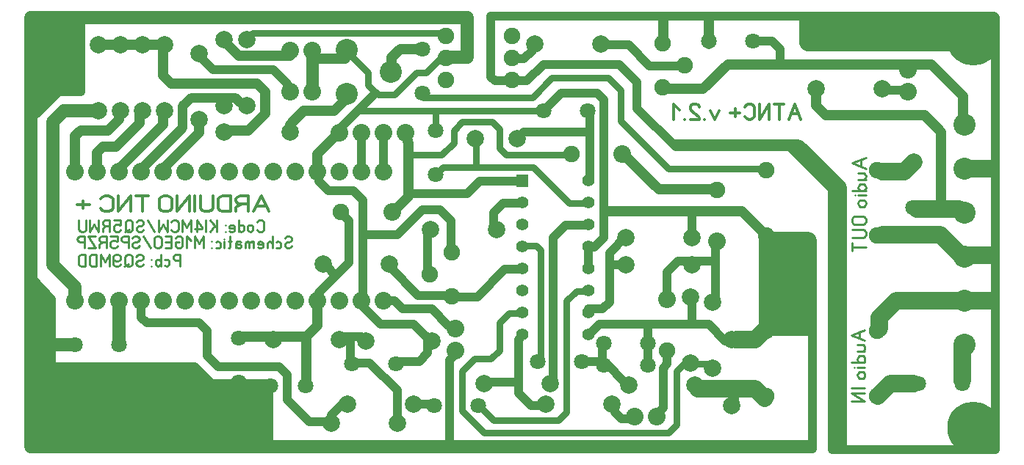
<source format=gbr>
%FSLAX34Y34*%
%MOMM*%
%LNSILK_TOP*%
G71*
G01*
%ADD10C, 1.90*%
%ADD11C, 2.04*%
%ADD12C, 2.54*%
%ADD13C, 2.00*%
%ADD14C, 1.80*%
%ADD15C, 2.54*%
%ADD16C, 6.00*%
%ADD17C, 1.91*%
%ADD18C, 1.50*%
%ADD19C, 1.20*%
%ADD20C, 1.10*%
%ADD21C, 1.00*%
%ADD22C, 0.80*%
%ADD23C, 0.32*%
%ADD24C, 0.24*%
%ADD25C, 1.40*%
%ADD26C, 1.40*%
%ADD27C, 2.00*%
%ADD28C, 2.04*%
%ADD29C, 0.29*%
%LPD*%
X871538Y-457588D02*
G54D10*
D03*
X871538Y-382588D02*
G54D10*
D03*
X999331Y-457588D02*
G54D10*
D03*
X999331Y-382588D02*
G54D10*
D03*
X150824Y-198401D02*
G54D11*
D03*
X176224Y-198401D02*
G54D11*
D03*
X201624Y-198401D02*
G54D11*
D03*
X74624Y-198401D02*
G54D11*
D03*
X100024Y-198401D02*
G54D11*
D03*
X125424Y-198401D02*
G54D11*
D03*
X303224Y-198401D02*
G54D11*
D03*
X328624Y-198401D02*
G54D11*
D03*
X354024Y-198401D02*
G54D11*
D03*
X227024Y-198401D02*
G54D11*
D03*
X252424Y-198401D02*
G54D11*
D03*
X277824Y-198401D02*
G54D11*
D03*
X379424Y-198401D02*
G54D11*
D03*
X404824Y-198401D02*
G54D11*
D03*
X430224Y-198401D02*
G54D11*
D03*
X150824Y-347626D02*
G54D11*
D03*
X176224Y-347626D02*
G54D11*
D03*
X201624Y-347626D02*
G54D11*
D03*
X74624Y-347626D02*
G54D11*
D03*
X100024Y-347626D02*
G54D11*
D03*
X125424Y-347626D02*
G54D11*
D03*
X303224Y-347626D02*
G54D11*
D03*
X328624Y-347626D02*
G54D11*
D03*
X354024Y-347626D02*
G54D11*
D03*
X227024Y-347626D02*
G54D11*
D03*
X252424Y-347626D02*
G54D11*
D03*
X277824Y-347626D02*
G54D11*
D03*
X379424Y-347626D02*
G54D11*
D03*
X404824Y-347626D02*
G54D11*
D03*
X430224Y-347626D02*
G54D11*
D03*
X871538Y-271850D02*
G54D10*
D03*
X871538Y-196850D02*
G54D10*
D03*
X999331Y-271850D02*
G54D10*
D03*
X999331Y-196850D02*
G54D10*
D03*
X1100188Y-347612D02*
G54D12*
D03*
X1100188Y-398412D02*
G54D12*
D03*
X409575Y-393700D02*
G54D13*
D03*
X485775Y-393700D02*
G54D13*
D03*
X303212Y-392112D02*
G54D13*
D03*
X379412Y-392112D02*
G54D13*
D03*
X369888Y-488950D02*
G54D13*
D03*
X446088Y-488950D02*
G54D13*
D03*
X246062Y-122238D02*
G54D13*
D03*
X246062Y-46038D02*
G54D13*
D03*
X217488Y-138113D02*
G54D13*
D03*
X217488Y-61912D02*
G54D13*
D03*
X347679Y-58779D02*
G54D11*
D03*
X322279Y-58779D02*
G54D11*
D03*
X347679Y-106404D02*
G54D11*
D03*
X322279Y-106404D02*
G54D11*
D03*
X263525Y-441325D02*
G54D14*
D03*
X263525Y-390525D02*
G54D14*
D03*
X300038Y-446088D02*
G54D14*
D03*
X340038Y-446088D02*
G54D14*
D03*
X177800Y-52388D02*
G54D13*
D03*
X177800Y-128588D02*
G54D13*
D03*
X152400Y-52388D02*
G54D13*
D03*
X152400Y-128588D02*
G54D13*
D03*
X127000Y-52388D02*
G54D13*
D03*
X127000Y-128588D02*
G54D13*
D03*
X101600Y-52388D02*
G54D13*
D03*
X101600Y-128588D02*
G54D13*
D03*
X322262Y-152400D02*
G54D13*
D03*
X246062Y-152400D02*
G54D13*
D03*
X387851Y-58301D02*
G54D15*
D03*
X387851Y-109101D02*
G54D15*
D03*
X438651Y-83701D02*
G54D15*
D03*
X474662Y-57150D02*
G54D14*
D03*
X474662Y-107950D02*
G54D14*
D03*
X1100188Y-246012D02*
G54D12*
D03*
X1100188Y-296812D02*
G54D12*
D03*
X393700Y-420688D02*
G54D14*
D03*
X444500Y-420688D02*
G54D14*
D03*
X49246Y-46066D02*
G54D16*
D03*
X1100188Y-144412D02*
G54D12*
D03*
X1100188Y-195212D02*
G54D12*
D03*
X604837Y-50800D02*
G54D13*
D03*
X681037Y-50800D02*
G54D13*
D03*
X577915Y-41496D02*
G54D17*
D03*
X577915Y-66896D02*
G54D17*
D03*
X501715Y-41496D02*
G54D17*
D03*
X501715Y-66896D02*
G54D17*
D03*
X501715Y-92296D02*
G54D17*
D03*
X577915Y-92296D02*
G54D17*
D03*
X1109696Y-46066D02*
G54D16*
D03*
X49246Y-492154D02*
G54D16*
D03*
X1109696Y-493741D02*
G54D16*
D03*
G54D18*
X74612Y-344488D02*
X74612Y-331788D01*
X49212Y-306388D01*
X49212Y-141288D01*
X61912Y-128588D01*
X100012Y-128588D01*
G54D19*
X125412Y-128588D02*
X125412Y-138112D01*
X112712Y-150812D01*
X80962Y-150812D01*
X74612Y-157162D01*
X74612Y-198438D01*
G54D19*
X100012Y-198438D02*
X100012Y-176212D01*
X106362Y-169862D01*
X122238Y-169862D01*
X149225Y-142875D01*
X149225Y-128588D01*
G54D19*
X125412Y-198438D02*
X125412Y-195262D01*
X176212Y-144462D01*
X176212Y-131762D01*
G54D20*
X150812Y-198438D02*
X150812Y-195262D01*
X198438Y-147638D01*
X198438Y-122238D01*
X207962Y-112712D01*
X258762Y-112712D01*
X265112Y-119062D01*
G54D19*
X176212Y-198438D02*
X176212Y-195262D01*
X217488Y-153988D01*
X217488Y-134938D01*
G54D19*
X100012Y-52388D02*
X176212Y-52388D01*
G54D21*
X319088Y-106362D02*
X319088Y-96838D01*
X303212Y-80962D01*
X233362Y-80962D01*
X217488Y-65088D01*
G54D19*
X246062Y-150812D02*
X274638Y-150812D01*
X293688Y-131762D01*
X293688Y-106362D01*
X284162Y-96838D01*
X185738Y-96838D01*
X176212Y-87312D01*
X176212Y-52388D01*
G54D19*
X246062Y-47625D02*
X263525Y-65088D01*
X322262Y-65088D01*
G54D19*
X385762Y-68262D02*
X347662Y-68262D01*
G54D22*
X271462Y-46038D02*
X279400Y-38100D01*
X493712Y-38100D01*
X500062Y-44450D01*
G54D19*
X354012Y-347662D02*
X354012Y-376238D01*
X341312Y-388938D01*
X303212Y-388938D01*
X263525Y-388938D01*
G54D19*
X341312Y-392112D02*
X341312Y-442912D01*
G54D19*
X258762Y-458788D02*
X258762Y-493712D01*
G54D18*
X501650Y-66675D02*
X527050Y-66675D01*
X527050Y-20638D01*
X23812Y-20638D01*
X23812Y-515938D01*
X920750Y-515938D01*
X74612Y-398462D02*
G54D14*
D03*
X125412Y-398462D02*
G54D14*
D03*
G54D18*
X125412Y-347662D02*
X125412Y-395288D01*
G54D18*
X71438Y-398462D02*
X26988Y-398462D01*
G54D23*
X298301Y-244529D02*
X289412Y-226751D01*
X280523Y-244529D01*
G54D23*
X294746Y-237862D02*
X284079Y-237862D01*
G54D23*
X267190Y-235640D02*
X261856Y-237862D01*
X260079Y-240084D01*
X260079Y-244529D01*
G54D23*
X274301Y-244529D02*
X274301Y-226751D01*
X265412Y-226751D01*
X261856Y-227862D01*
X260079Y-230084D01*
X260079Y-232307D01*
X261856Y-234529D01*
X265412Y-235640D01*
X274301Y-235640D01*
G54D23*
X253857Y-244529D02*
X253857Y-226751D01*
X244968Y-226751D01*
X241412Y-227862D01*
X239635Y-230084D01*
X239635Y-241196D01*
X241412Y-243418D01*
X244968Y-244529D01*
X253857Y-244529D01*
G54D23*
X233413Y-226751D02*
X233413Y-241196D01*
X231635Y-243418D01*
X228080Y-244529D01*
X224524Y-244529D01*
X220968Y-243418D01*
X219191Y-241196D01*
X219191Y-226751D01*
G54D23*
X212969Y-244529D02*
X212969Y-226751D01*
G54D23*
X206747Y-244529D02*
X206747Y-226751D01*
X192525Y-244529D01*
X192525Y-226751D01*
G54D23*
X172081Y-230084D02*
X172081Y-241196D01*
X173858Y-243418D01*
X177414Y-244529D01*
X180970Y-244529D01*
X184525Y-243418D01*
X186303Y-241196D01*
X186303Y-230084D01*
X184525Y-227862D01*
X180970Y-226751D01*
X177414Y-226751D01*
X173858Y-227862D01*
X172081Y-230084D01*
G54D23*
X152170Y-244529D02*
X152170Y-226751D01*
G54D23*
X159281Y-226751D02*
X145059Y-226751D01*
G54D23*
X138837Y-244529D02*
X138837Y-226751D01*
X124615Y-244529D01*
X124615Y-226751D01*
G54D23*
X104171Y-241196D02*
X105948Y-243418D01*
X109504Y-244529D01*
X113060Y-244529D01*
X116615Y-243418D01*
X118393Y-241196D01*
X118393Y-230084D01*
X116615Y-227862D01*
X113060Y-226751D01*
X109504Y-226751D01*
X105948Y-227862D01*
X104171Y-230084D01*
G54D23*
X91371Y-236751D02*
X77149Y-236751D01*
G54D23*
X84260Y-232307D02*
X84260Y-241196D01*
G54D24*
X284402Y-265090D02*
X285402Y-266757D01*
X287402Y-267590D01*
X289402Y-267590D01*
X291402Y-266757D01*
X292402Y-265090D01*
X292402Y-256757D01*
X291402Y-255090D01*
X289402Y-254257D01*
X287402Y-254257D01*
X285402Y-255090D01*
X284402Y-256757D01*
G54D24*
X273735Y-265590D02*
X273735Y-262257D01*
X274735Y-260590D01*
X276735Y-260090D01*
X278735Y-260590D01*
X279735Y-262257D01*
X279735Y-265590D01*
X278735Y-267257D01*
X276735Y-267590D01*
X274735Y-267257D01*
X273735Y-265590D01*
G54D24*
X263068Y-267590D02*
X263068Y-254257D01*
G54D24*
X263068Y-262257D02*
X264068Y-260590D01*
X266068Y-260090D01*
X268068Y-260590D01*
X269068Y-262257D01*
X269068Y-265590D01*
X268068Y-267257D01*
X266068Y-267590D01*
X264068Y-267257D01*
X263068Y-265590D01*
G54D24*
X252401Y-266757D02*
X254001Y-267590D01*
X256001Y-267590D01*
X258001Y-266757D01*
X258401Y-265090D01*
X258401Y-262257D01*
X257401Y-260590D01*
X255401Y-260090D01*
X253401Y-260590D01*
X252401Y-261757D01*
X252401Y-263424D01*
X258401Y-263424D01*
G54D24*
X247734Y-267590D02*
X247734Y-267590D01*
G54D24*
X247734Y-260090D02*
X247734Y-260090D01*
G54D24*
X238200Y-267590D02*
X238200Y-254257D01*
G54D24*
X238200Y-263424D02*
X230200Y-254257D01*
G54D24*
X235200Y-260924D02*
X230200Y-267590D01*
G54D24*
X225533Y-267590D02*
X225533Y-254257D01*
G54D24*
X214866Y-267590D02*
X214866Y-254257D01*
X220866Y-262590D01*
X220866Y-264257D01*
X212866Y-264257D01*
G54D24*
X208199Y-267590D02*
X208199Y-254257D01*
X203199Y-262590D01*
X198199Y-254257D01*
X198199Y-267590D01*
G54D24*
X185532Y-265090D02*
X186532Y-266757D01*
X188532Y-267590D01*
X190532Y-267590D01*
X192532Y-266757D01*
X193532Y-265090D01*
X193532Y-256757D01*
X192532Y-255090D01*
X190532Y-254257D01*
X188532Y-254257D01*
X186532Y-255090D01*
X185532Y-256757D01*
G54D24*
X180865Y-254257D02*
X180865Y-267590D01*
X175865Y-259257D01*
X170865Y-267590D01*
X170865Y-254257D01*
G54D24*
X166198Y-267590D02*
X158198Y-254257D01*
G54D24*
X153531Y-265090D02*
X152531Y-266757D01*
X150531Y-267590D01*
X148531Y-267590D01*
X146531Y-266757D01*
X145531Y-265090D01*
X145531Y-263424D01*
X146531Y-261757D01*
X148531Y-260924D01*
X150531Y-260924D01*
X152531Y-260090D01*
X153531Y-258424D01*
X153531Y-256757D01*
X152531Y-255090D01*
X150531Y-254257D01*
X148531Y-254257D01*
X146531Y-255090D01*
X145531Y-256757D01*
G54D24*
X136864Y-265090D02*
X131864Y-267590D01*
G54D24*
X132864Y-256757D02*
X132864Y-265090D01*
X133864Y-266757D01*
X135864Y-267590D01*
X137864Y-267590D01*
X139864Y-266757D01*
X140864Y-265090D01*
X140864Y-256757D01*
X139864Y-255090D01*
X137864Y-254257D01*
X135864Y-254257D01*
X133864Y-255090D01*
X132864Y-256757D01*
G54D24*
X119197Y-254257D02*
X127197Y-254257D01*
X127197Y-260090D01*
X126197Y-260090D01*
X124197Y-259257D01*
X122197Y-259257D01*
X120197Y-260090D01*
X119197Y-261757D01*
X119197Y-265090D01*
X120197Y-266757D01*
X122197Y-267590D01*
X124197Y-267590D01*
X126197Y-266757D01*
X127197Y-265090D01*
G54D24*
X110530Y-260924D02*
X107530Y-262590D01*
X106530Y-264257D01*
X106530Y-267590D01*
G54D24*
X114530Y-267590D02*
X114530Y-254257D01*
X109530Y-254257D01*
X107530Y-255090D01*
X106530Y-256757D01*
X106530Y-258424D01*
X107530Y-260090D01*
X109530Y-260924D01*
X114530Y-260924D01*
G54D24*
X101863Y-254257D02*
X101863Y-267590D01*
X96863Y-259257D01*
X91863Y-267590D01*
X91863Y-254257D01*
G54D24*
X87196Y-254257D02*
X87196Y-265090D01*
X86196Y-266757D01*
X84196Y-267590D01*
X82196Y-267590D01*
X80196Y-266757D01*
X79196Y-265090D01*
X79196Y-254257D01*
G54D24*
X324308Y-284140D02*
X323308Y-285807D01*
X321308Y-286640D01*
X319308Y-286640D01*
X317308Y-285807D01*
X316308Y-284140D01*
X316308Y-282474D01*
X317308Y-280807D01*
X319308Y-279974D01*
X321308Y-279974D01*
X323308Y-279140D01*
X324308Y-277474D01*
X324308Y-275807D01*
X323308Y-274140D01*
X321308Y-273307D01*
X319308Y-273307D01*
X317308Y-274140D01*
X316308Y-275807D01*
G54D24*
X306641Y-279640D02*
X308641Y-279140D01*
X310641Y-279640D01*
X311641Y-281307D01*
X311641Y-284640D01*
X310641Y-286307D01*
X308641Y-286640D01*
X306641Y-286307D01*
G54D24*
X301974Y-286640D02*
X301974Y-273307D01*
G54D24*
X301974Y-281307D02*
X300974Y-279640D01*
X298974Y-279140D01*
X296974Y-279640D01*
X295974Y-281307D01*
X295974Y-286640D01*
G54D24*
X285307Y-285807D02*
X286907Y-286640D01*
X288907Y-286640D01*
X290907Y-285807D01*
X291307Y-284140D01*
X291307Y-281307D01*
X290307Y-279640D01*
X288307Y-279140D01*
X286307Y-279640D01*
X285307Y-280807D01*
X285307Y-282474D01*
X291307Y-282474D01*
G54D24*
X280640Y-286640D02*
X280640Y-279140D01*
G54D24*
X280640Y-280474D02*
X278640Y-279140D01*
X276640Y-279640D01*
X275640Y-280807D01*
X275640Y-286640D01*
G54D24*
X275640Y-280474D02*
X273640Y-279140D01*
X271640Y-279640D01*
X270640Y-280807D01*
X270640Y-286640D01*
G54D24*
X265973Y-279974D02*
X263973Y-279140D01*
X261573Y-279140D01*
X259973Y-280807D01*
X259973Y-286640D01*
G54D24*
X259973Y-284140D02*
X260973Y-282474D01*
X262973Y-282140D01*
X264973Y-282474D01*
X265973Y-284140D01*
X265573Y-285807D01*
X263973Y-286640D01*
X262973Y-286640D01*
X262573Y-286640D01*
X260973Y-285807D01*
X259973Y-284140D01*
G54D24*
X253306Y-273307D02*
X253306Y-285807D01*
X252306Y-286640D01*
X251306Y-286307D01*
G54D24*
X255306Y-279140D02*
X251306Y-279140D01*
G54D24*
X246639Y-286640D02*
X246639Y-279140D01*
G54D24*
X246639Y-276640D02*
X246639Y-276640D01*
G54D24*
X236972Y-279640D02*
X238972Y-279140D01*
X240972Y-279640D01*
X241972Y-281307D01*
X241972Y-284640D01*
X240972Y-286307D01*
X238972Y-286640D01*
X236972Y-286307D01*
G54D24*
X232305Y-286640D02*
X232305Y-286640D01*
G54D24*
X232305Y-279140D02*
X232305Y-279140D01*
G54D24*
X222771Y-286640D02*
X222771Y-273307D01*
X217771Y-281640D01*
X212771Y-273307D01*
X212771Y-286640D01*
G54D24*
X208104Y-278307D02*
X203104Y-273307D01*
X203104Y-286640D01*
G54D24*
X194437Y-279974D02*
X190437Y-279974D01*
X190437Y-284140D01*
X191437Y-285807D01*
X193437Y-286640D01*
X195437Y-286640D01*
X197437Y-285807D01*
X198437Y-284140D01*
X198437Y-275807D01*
X197437Y-274140D01*
X195437Y-273307D01*
X193437Y-273307D01*
X191437Y-274140D01*
X190437Y-275807D01*
G54D24*
X178770Y-286640D02*
X185770Y-286640D01*
X185770Y-273307D01*
X178770Y-273307D01*
G54D24*
X185770Y-279974D02*
X178770Y-279974D01*
G54D24*
X166103Y-275807D02*
X166103Y-284140D01*
X167103Y-285807D01*
X169103Y-286640D01*
X171103Y-286640D01*
X173103Y-285807D01*
X174103Y-284140D01*
X174103Y-275807D01*
X173103Y-274140D01*
X171103Y-273307D01*
X169103Y-273307D01*
X167103Y-274140D01*
X166103Y-275807D01*
G54D24*
X161436Y-286640D02*
X153436Y-273307D01*
G54D24*
X148769Y-284140D02*
X147769Y-285807D01*
X145769Y-286640D01*
X143769Y-286640D01*
X141769Y-285807D01*
X140769Y-284140D01*
X140769Y-282474D01*
X141769Y-280807D01*
X143769Y-279974D01*
X145769Y-279974D01*
X147769Y-279140D01*
X148769Y-277474D01*
X148769Y-275807D01*
X147769Y-274140D01*
X145769Y-273307D01*
X143769Y-273307D01*
X141769Y-274140D01*
X140769Y-275807D01*
G54D24*
X136102Y-286640D02*
X136102Y-273307D01*
X131102Y-273307D01*
X129102Y-274140D01*
X128102Y-275807D01*
X128102Y-277474D01*
X129102Y-279140D01*
X131102Y-279974D01*
X136102Y-279974D01*
G54D24*
X115435Y-273307D02*
X123435Y-273307D01*
X123435Y-279140D01*
X122435Y-279140D01*
X120435Y-278307D01*
X118435Y-278307D01*
X116435Y-279140D01*
X115435Y-280807D01*
X115435Y-284140D01*
X116435Y-285807D01*
X118435Y-286640D01*
X120435Y-286640D01*
X122435Y-285807D01*
X123435Y-284140D01*
G54D24*
X106768Y-279974D02*
X103768Y-281640D01*
X102768Y-283307D01*
X102768Y-286640D01*
G54D24*
X110768Y-286640D02*
X110768Y-273307D01*
X105768Y-273307D01*
X103768Y-274140D01*
X102768Y-275807D01*
X102768Y-277474D01*
X103768Y-279140D01*
X105768Y-279974D01*
X110768Y-279974D01*
G54D24*
X98101Y-273307D02*
X90101Y-273307D01*
X98101Y-286640D01*
X90101Y-286640D01*
G54D24*
X85434Y-286640D02*
X85434Y-273307D01*
X80434Y-273307D01*
X78434Y-274140D01*
X77434Y-275807D01*
X77434Y-277474D01*
X78434Y-279140D01*
X80434Y-279974D01*
X85434Y-279974D01*
G54D24*
X195661Y-307278D02*
X195661Y-293945D01*
X190661Y-293945D01*
X188661Y-294778D01*
X187661Y-296445D01*
X187661Y-298111D01*
X188661Y-299778D01*
X190661Y-300611D01*
X195661Y-300611D01*
G54D24*
X177994Y-300278D02*
X179994Y-299778D01*
X181994Y-300278D01*
X182994Y-301945D01*
X182994Y-305278D01*
X181994Y-306945D01*
X179994Y-307278D01*
X177994Y-306945D01*
G54D24*
X173327Y-307278D02*
X173327Y-293945D01*
G54D24*
X173327Y-301945D02*
X172327Y-300278D01*
X170327Y-299778D01*
X168327Y-300278D01*
X167327Y-301945D01*
X167327Y-305278D01*
X168327Y-306945D01*
X170327Y-307278D01*
X172327Y-306945D01*
X173327Y-305278D01*
G54D24*
X162660Y-307278D02*
X162660Y-307278D01*
G54D24*
X162660Y-299778D02*
X162660Y-299778D01*
G54D24*
X153126Y-304778D02*
X152126Y-306445D01*
X150126Y-307278D01*
X148126Y-307278D01*
X146126Y-306445D01*
X145126Y-304778D01*
X145126Y-303111D01*
X146126Y-301445D01*
X148126Y-300611D01*
X150126Y-300611D01*
X152126Y-299778D01*
X153126Y-298111D01*
X153126Y-296445D01*
X152126Y-294778D01*
X150126Y-293945D01*
X148126Y-293945D01*
X146126Y-294778D01*
X145126Y-296445D01*
G54D24*
X136459Y-304778D02*
X131459Y-307278D01*
G54D24*
X132459Y-296445D02*
X132459Y-304778D01*
X133459Y-306445D01*
X135459Y-307278D01*
X137459Y-307278D01*
X139459Y-306445D01*
X140459Y-304778D01*
X140459Y-296445D01*
X139459Y-294778D01*
X137459Y-293945D01*
X135459Y-293945D01*
X133459Y-294778D01*
X132459Y-296445D01*
G54D24*
X126792Y-304778D02*
X125792Y-306445D01*
X123792Y-307278D01*
X121792Y-307278D01*
X119792Y-306445D01*
X118792Y-304778D01*
X118792Y-300611D01*
X118792Y-299778D01*
X121792Y-301445D01*
X123792Y-301445D01*
X125792Y-300611D01*
X126792Y-298945D01*
X126792Y-296445D01*
X125792Y-294778D01*
X123792Y-293945D01*
X121792Y-293945D01*
X119792Y-294778D01*
X118792Y-296445D01*
X118792Y-300611D01*
G54D24*
X114125Y-307278D02*
X114125Y-293945D01*
X109125Y-302278D01*
X104125Y-293945D01*
X104125Y-307278D01*
G54D24*
X99458Y-307278D02*
X99458Y-293945D01*
X94458Y-293945D01*
X92458Y-294778D01*
X91458Y-296445D01*
X91458Y-304778D01*
X92458Y-306445D01*
X94458Y-307278D01*
X99458Y-307278D01*
G54D24*
X86791Y-307278D02*
X86791Y-293945D01*
X81791Y-293945D01*
X79791Y-294778D01*
X78791Y-296445D01*
X78791Y-304778D01*
X79791Y-306445D01*
X81791Y-307278D01*
X86791Y-307278D01*
G36*
X47625Y-423862D02*
X47625Y-346075D01*
X25400Y-322262D01*
X25400Y-511175D01*
X298450Y-511175D01*
X298450Y-442912D01*
X231775Y-442912D01*
X212725Y-423862D01*
X47625Y-423862D01*
G37*
G54D21*
X47625Y-423862D02*
X47625Y-346075D01*
X25400Y-322262D01*
X25400Y-511175D01*
X298450Y-511175D01*
X298450Y-442912D01*
X231775Y-442912D01*
X212725Y-423862D01*
X47625Y-423862D01*
G36*
X30162Y-30162D02*
X80962Y-30162D01*
X80962Y-106362D01*
X55562Y-106362D01*
X30162Y-131762D01*
X30162Y-30162D01*
G37*
G54D21*
X30162Y-30162D02*
X80962Y-30162D01*
X80962Y-106362D01*
X55562Y-106362D01*
X30162Y-131762D01*
X30162Y-30162D01*
X751932Y-50595D02*
G54D17*
D03*
X751932Y-101396D02*
G54D17*
D03*
X777332Y-75996D02*
G54D17*
D03*
G54D21*
X368300Y-487362D02*
X344488Y-487362D01*
X319088Y-461962D01*
X319088Y-433388D01*
X309562Y-423862D01*
X239712Y-423862D01*
X227012Y-411162D01*
X227012Y-382588D01*
X217488Y-373062D01*
X157162Y-373062D01*
X150812Y-366712D01*
X150812Y-347662D01*
X273050Y-122238D02*
G54D13*
D03*
X273050Y-46038D02*
G54D13*
D03*
X404813Y-153988D02*
G54D11*
D03*
X430213Y-153988D02*
G54D11*
D03*
X455612Y-153988D02*
G54D11*
D03*
X379412Y-153988D02*
G54D11*
D03*
G54D25*
X347662Y-63500D02*
X347662Y-107950D01*
G54D19*
X322262Y-150812D02*
X322262Y-144462D01*
X338138Y-128588D01*
X373062Y-128588D01*
X392112Y-109538D01*
G54D19*
X439738Y-79375D02*
X439738Y-66675D01*
X449262Y-57150D01*
X474662Y-57150D01*
G54D19*
X354012Y-198438D02*
X354012Y-177800D01*
X381000Y-150812D01*
G54D21*
X355600Y-347662D02*
X355600Y-338138D01*
X390525Y-303212D01*
X390525Y-255588D01*
X377825Y-242888D01*
G54D19*
X455612Y-153988D02*
X458788Y-166688D01*
X458788Y-227012D01*
X446088Y-239712D01*
G54D21*
X406400Y-261938D02*
X406400Y-347662D01*
G54D21*
X355600Y-198438D02*
X355600Y-209550D01*
X366712Y-220662D01*
X395288Y-220662D01*
X406400Y-231775D01*
X406400Y-260350D01*
G36*
X597100Y-202013D02*
X597100Y-216013D01*
X583100Y-216013D01*
X583100Y-202013D01*
X597100Y-202013D01*
G37*
X590100Y-234414D02*
G54D26*
D03*
X590100Y-259814D02*
G54D26*
D03*
X590100Y-285213D02*
G54D26*
D03*
X590100Y-310614D02*
G54D26*
D03*
X590100Y-336014D02*
G54D26*
D03*
X590100Y-361414D02*
G54D26*
D03*
X590100Y-386814D02*
G54D26*
D03*
X666300Y-386813D02*
G54D26*
D03*
X666300Y-361414D02*
G54D26*
D03*
X666300Y-336014D02*
G54D26*
D03*
X666300Y-310614D02*
G54D26*
D03*
X666300Y-285214D02*
G54D26*
D03*
X666300Y-259813D02*
G54D26*
D03*
X666300Y-234414D02*
G54D26*
D03*
X666300Y-209013D02*
G54D26*
D03*
X584088Y-160337D02*
G54D13*
D03*
X535688Y-160337D02*
G54D13*
D03*
X665163Y-128588D02*
G54D14*
D03*
X614363Y-128588D02*
G54D14*
D03*
X490536Y-201613D02*
G54D14*
D03*
X490536Y-150812D02*
G54D14*
D03*
X539749Y-468313D02*
G54D14*
D03*
X488949Y-468313D02*
G54D14*
D03*
X465138Y-466725D02*
G54D13*
D03*
X388938Y-466725D02*
G54D13*
D03*
X658812Y-417512D02*
G54D14*
D03*
X608012Y-417512D02*
G54D14*
D03*
X684212Y-396875D02*
G54D14*
D03*
X735012Y-396875D02*
G54D14*
D03*
X735013Y-422275D02*
G54D14*
D03*
X684213Y-422275D02*
G54D14*
D03*
X831850Y-392112D02*
G54D13*
D03*
X831850Y-468312D02*
G54D13*
D03*
X712789Y-444501D02*
G54D13*
D03*
X788989Y-444501D02*
G54D13*
D03*
X785812Y-274637D02*
G54D13*
D03*
X709612Y-274637D02*
G54D13*
D03*
X785813Y-306387D02*
G54D13*
D03*
X709612Y-306387D02*
G54D13*
D03*
X784225Y-342902D02*
G54D13*
D03*
X784225Y-419102D02*
G54D13*
D03*
X809625Y-349249D02*
G54D13*
D03*
X809625Y-425449D02*
G54D13*
D03*
X719356Y-481167D02*
G54D11*
D03*
X744756Y-481167D02*
G54D11*
D03*
X622300Y-442912D02*
G54D13*
D03*
X546100Y-442912D02*
G54D13*
D03*
X508962Y-342479D02*
G54D17*
D03*
X508962Y-291679D02*
G54D17*
D03*
X483562Y-317079D02*
G54D17*
D03*
X560388Y-265112D02*
G54D13*
D03*
X484188Y-265112D02*
G54D13*
D03*
X360364Y-304800D02*
G54D13*
D03*
X436564Y-304800D02*
G54D13*
D03*
X617538Y-466724D02*
G54D13*
D03*
X693738Y-466724D02*
G54D13*
D03*
G54D21*
X430212Y-198438D02*
X430212Y-153988D01*
G54D21*
X404812Y-153988D02*
X404812Y-200025D01*
G54D21*
X381000Y-150812D02*
X381000Y-147638D01*
X420688Y-107950D01*
G54D21*
X365125Y-304800D02*
X365125Y-307975D01*
X374650Y-317500D01*
G54D21*
X381000Y-388938D02*
X404812Y-388938D01*
G54D21*
X406400Y-346075D02*
X406400Y-354012D01*
X427038Y-374650D01*
X465138Y-374650D01*
X481012Y-390525D01*
G54D21*
X446088Y-417512D02*
X471488Y-417512D01*
X481012Y-407988D01*
X481012Y-388938D01*
G54D21*
X392112Y-392112D02*
X392112Y-417512D01*
X393700Y-419100D01*
X414338Y-419100D01*
X446088Y-450850D01*
X446088Y-488950D01*
G54D21*
X508000Y-290512D02*
X508000Y-255588D01*
X495300Y-242888D01*
X474662Y-242888D01*
X446088Y-271462D01*
X411162Y-271462D01*
G54D21*
X506412Y-341312D02*
X469900Y-341312D01*
X436562Y-307975D01*
G54D21*
X481012Y-317500D02*
X481012Y-266700D01*
G54D21*
X588962Y-234950D02*
X568325Y-234950D01*
X557212Y-246062D01*
X557212Y-266700D01*
G54D21*
X668338Y-125412D02*
X668338Y-206375D01*
X666750Y-207962D01*
G54D21*
X584200Y-160338D02*
X592138Y-152400D01*
X668338Y-152400D01*
G54D22*
X595312Y-284162D02*
X606425Y-284162D01*
X611188Y-288925D01*
X611188Y-415925D01*
G54D21*
X546100Y-441325D02*
X581025Y-441325D01*
G54D21*
X665162Y-260350D02*
X639762Y-260350D01*
X625475Y-274638D01*
X625475Y-439738D01*
X622300Y-442912D01*
G54D22*
X666750Y-336550D02*
X652462Y-336550D01*
X641350Y-347662D01*
X641350Y-476250D01*
X631825Y-485775D01*
X557212Y-485775D01*
X542925Y-471488D01*
G54D21*
X588962Y-209550D02*
X541338Y-209550D01*
X527050Y-223838D01*
X458788Y-223838D01*
G54D21*
X590550Y-387350D02*
X585788Y-392112D01*
X585788Y-454025D01*
X600075Y-468312D01*
X619125Y-468312D01*
G54D21*
X665162Y-285750D02*
X673100Y-285750D01*
X684212Y-274638D01*
X684212Y-115888D01*
X676275Y-107950D01*
X635000Y-107950D01*
X614362Y-128588D01*
G54D21*
X666750Y-285750D02*
X666750Y-311150D01*
G54D21*
X666750Y-357188D02*
X682625Y-357188D01*
X690562Y-349250D01*
X690562Y-292100D01*
X709612Y-273050D01*
G54D21*
X711200Y-306388D02*
X692150Y-306388D01*
G54D21*
X682625Y-401638D02*
X682625Y-422275D01*
G54D21*
X658812Y-417512D02*
X684212Y-417512D01*
G54D21*
X706438Y-439738D02*
X688975Y-422275D01*
G54D21*
X696912Y-468312D02*
X696912Y-476250D01*
X704850Y-484188D01*
X722312Y-484188D01*
G54D19*
X868362Y-384175D02*
X868362Y-273050D01*
X868362Y-269875D01*
X842962Y-244475D01*
X685800Y-244475D01*
G54D27*
X836612Y-392112D02*
X858838Y-392112D01*
X868362Y-382588D01*
G54D27*
X792162Y-449262D02*
X858838Y-449262D01*
X869950Y-460375D01*
G54D21*
X835025Y-468312D02*
X835025Y-447675D01*
G54D21*
X666750Y-387350D02*
X679450Y-374650D01*
X804862Y-374650D01*
X823912Y-393700D01*
X833438Y-393700D01*
G54D21*
X735012Y-417512D02*
X735012Y-377825D01*
G54D21*
X785812Y-274638D02*
X785812Y-246062D01*
G54D21*
X785812Y-342900D02*
X785812Y-373062D01*
G54D22*
X590550Y-361950D02*
X574675Y-361950D01*
X563562Y-373062D01*
X563562Y-404812D01*
X554038Y-414338D01*
X534988Y-414338D01*
X520700Y-428625D01*
X520700Y-474662D01*
X546100Y-500062D01*
X758825Y-500062D01*
X768350Y-490538D01*
X768350Y-428625D01*
X776288Y-420688D01*
X809625Y-420688D01*
G54D21*
X466725Y-466725D02*
X488950Y-466725D01*
G54D21*
X388938Y-466725D02*
X382588Y-466725D01*
X369888Y-479425D01*
X369888Y-485775D01*
X757238Y-404813D02*
G54D17*
D03*
X757238Y-346075D02*
G54D28*
D03*
G54D21*
X757238Y-406400D02*
X757238Y-420688D01*
X752475Y-425450D01*
X752475Y-471488D01*
X746125Y-477838D01*
G54D21*
X757238Y-346075D02*
X757238Y-314325D01*
X769938Y-301625D01*
X812800Y-301625D01*
X812800Y-347662D01*
G54D21*
X924242Y-377031D02*
X924242Y-518319D01*
X894080Y-518319D01*
X646528Y-178158D02*
G54D17*
D03*
X705266Y-178158D02*
G54D28*
D03*
G54D22*
X501650Y-66675D02*
X496888Y-66675D01*
X479425Y-84138D01*
X468312Y-84138D01*
X442912Y-109538D01*
X423862Y-109538D01*
X412750Y-98425D01*
X412750Y-84138D01*
X388938Y-60325D01*
G54D22*
X665162Y-234950D02*
X644525Y-234950D01*
X603250Y-193675D01*
X498475Y-193675D01*
X490538Y-201612D01*
G54D22*
X536575Y-169862D02*
X536575Y-192088D01*
G54D22*
X461962Y-179388D02*
X496888Y-179388D01*
X511175Y-165100D01*
X511175Y-150812D01*
X520700Y-141288D01*
X555625Y-141288D01*
X563562Y-149225D01*
X563562Y-171450D01*
X571500Y-179388D01*
X639762Y-179388D01*
X642938Y-176212D01*
X814446Y-219848D02*
G54D17*
D03*
X814446Y-278586D02*
G54D28*
D03*
G54D21*
X812800Y-347662D02*
X812800Y-276225D01*
G54D19*
X814388Y-219075D02*
X747712Y-219075D01*
X704850Y-176212D01*
G54D22*
X476250Y-112712D02*
X601662Y-112712D01*
X623888Y-90488D01*
X688975Y-90488D01*
X703262Y-104775D01*
X703262Y-139700D01*
X758825Y-195262D01*
X869950Y-195262D01*
G54D21*
X577850Y-68262D02*
X592138Y-68262D01*
X601662Y-58738D01*
X601662Y-52388D01*
G54D21*
X577850Y-93662D02*
X558800Y-93662D01*
X554038Y-88900D01*
X554038Y-19050D01*
X1133475Y-19050D01*
G54D19*
X752475Y-50800D02*
X752475Y-20638D01*
G54D21*
X1135062Y-20638D02*
X1135062Y-519112D01*
X947738Y-519112D01*
X947738Y-219075D01*
X898525Y-169862D01*
X766762Y-169862D01*
X722312Y-125412D01*
X722312Y-95250D01*
X701675Y-74612D01*
X614362Y-74612D01*
X595312Y-93662D01*
X577850Y-93662D01*
G54D21*
X677862Y-52388D02*
X712788Y-52388D01*
X736600Y-76200D01*
X777875Y-76200D01*
G54D27*
X1092200Y-347662D02*
X1128712Y-347662D01*
G54D27*
X1101725Y-195262D02*
X1130300Y-195262D01*
G54D27*
X1100138Y-295275D02*
X1130300Y-295275D01*
G54D27*
X1004888Y-271462D02*
X1071562Y-271462D01*
X1095375Y-295275D01*
G54D27*
X1044575Y-241300D02*
X1093788Y-241300D01*
X1096963Y-442913D02*
G54D14*
D03*
X1046163Y-442913D02*
G54D14*
D03*
G54D27*
X1096962Y-400050D02*
X1096962Y-439738D01*
G54D27*
X1041400Y-442912D02*
X1014412Y-442912D01*
X1000125Y-457200D01*
G54D27*
X1096962Y-347662D02*
X1020762Y-347662D01*
X1001712Y-366712D01*
X1001712Y-379412D01*
X1040448Y-239713D02*
G54D14*
D03*
X1040448Y-188913D02*
G54D14*
D03*
G54D27*
X1004888Y-198438D02*
X1030288Y-198438D01*
X1041400Y-187325D01*
X1035050Y-106362D02*
G54D11*
D03*
X1035050Y-80962D02*
G54D11*
D03*
X1004888Y-103187D02*
G54D13*
D03*
X928687Y-103187D02*
G54D13*
D03*
G54D19*
X752475Y-103188D02*
X798512Y-103188D01*
X827088Y-74612D01*
X1062038Y-74612D01*
X1098550Y-111125D01*
X1098550Y-141288D01*
G54D19*
X1073150Y-242888D02*
X1073150Y-152400D01*
X1054100Y-133350D01*
X939800Y-133350D01*
X928688Y-122238D01*
X928688Y-106362D01*
G54D21*
X1008062Y-104775D02*
X1038225Y-104775D01*
X804863Y-47626D02*
G54D14*
D03*
X855663Y-47626D02*
G54D14*
D03*
G54D19*
X804862Y-50800D02*
X804862Y-20638D01*
G54D21*
X855662Y-47625D02*
X877888Y-47625D01*
X887412Y-57150D01*
X887412Y-73025D01*
G36*
X919162Y-26988D02*
X919162Y-49212D01*
X1127125Y-49212D01*
X1127125Y-26988D01*
X919162Y-26988D01*
G37*
G54D27*
X919162Y-26988D02*
X919162Y-49212D01*
X1127125Y-49212D01*
X1127125Y-26988D01*
X919162Y-26988D01*
G54D23*
X911033Y-138112D02*
X904366Y-120335D01*
X897700Y-138112D01*
G54D23*
X908366Y-131446D02*
X900366Y-131446D01*
G54D23*
X886145Y-138112D02*
X886145Y-120335D01*
G54D23*
X891478Y-120335D02*
X880811Y-120335D01*
G54D23*
X874589Y-138112D02*
X874589Y-120335D01*
X863922Y-138112D01*
X863922Y-120335D01*
G54D23*
X847033Y-134779D02*
X848367Y-137001D01*
X851033Y-138112D01*
X853700Y-138112D01*
X856367Y-137001D01*
X857700Y-134779D01*
X857700Y-123668D01*
X856367Y-121446D01*
X853700Y-120335D01*
X851033Y-120335D01*
X848367Y-121446D01*
X847033Y-123668D01*
G54D23*
X840811Y-130335D02*
X830144Y-130335D01*
G54D23*
X835478Y-125890D02*
X835478Y-134779D01*
G54D23*
X817433Y-128112D02*
X812100Y-138112D01*
X806766Y-128112D01*
G54D23*
X800544Y-138112D02*
X800544Y-138112D01*
G54D23*
X783655Y-138112D02*
X794322Y-138112D01*
X794322Y-137001D01*
X792989Y-134779D01*
X784989Y-128112D01*
X783655Y-125890D01*
X783655Y-123668D01*
X784989Y-121446D01*
X787655Y-120335D01*
X790322Y-120335D01*
X792989Y-121446D01*
X794322Y-123668D01*
G54D23*
X777433Y-138112D02*
X777433Y-138112D01*
G54D23*
X771211Y-127001D02*
X764544Y-120335D01*
X764544Y-138112D01*
G54D22*
X612775Y-128588D02*
X401638Y-128588D01*
G54D22*
X490538Y-128588D02*
X490538Y-147638D01*
G54D27*
X954088Y-514350D02*
X954088Y-217488D01*
X908050Y-171450D01*
G36*
X876300Y-277812D02*
X919162Y-277812D01*
X919162Y-377825D01*
X876300Y-377825D01*
X876300Y-277812D01*
G37*
G54D27*
X876300Y-277812D02*
X919162Y-277812D01*
X919162Y-377825D01*
X876300Y-377825D01*
X876300Y-277812D01*
G54D21*
X908050Y-166688D02*
X765175Y-166688D01*
G54D21*
X508000Y-342900D02*
X538162Y-342900D01*
X569912Y-311150D01*
X590550Y-311150D01*
X381415Y-244832D02*
G54D17*
D03*
X440153Y-244832D02*
G54D28*
D03*
G54D29*
X985134Y-380982D02*
X969134Y-386982D01*
X985134Y-392982D01*
G54D29*
X979134Y-383382D02*
X979134Y-390582D01*
G54D29*
X976134Y-405782D02*
X985134Y-405782D01*
G54D29*
X983134Y-405782D02*
X984734Y-404582D01*
X985134Y-402182D01*
X984734Y-399782D01*
X983134Y-398582D01*
X976134Y-398582D01*
G54D29*
X985134Y-418582D02*
X969134Y-418582D01*
G54D29*
X978734Y-418582D02*
X976734Y-417382D01*
X976134Y-414982D01*
X976734Y-412582D01*
X978734Y-411382D01*
X982734Y-411382D01*
X984734Y-412582D01*
X985134Y-414982D01*
X984734Y-417382D01*
X982734Y-418582D01*
G54D29*
X985134Y-424182D02*
X976134Y-424182D01*
G54D29*
X973134Y-424182D02*
X973134Y-424182D01*
G54D29*
X982734Y-436982D02*
X978734Y-436982D01*
X976734Y-435782D01*
X976134Y-433382D01*
X976734Y-430982D01*
X978734Y-429782D01*
X982734Y-429782D01*
X984734Y-430982D01*
X985134Y-433382D01*
X984734Y-435782D01*
X982734Y-436982D01*
G54D29*
X985134Y-448422D02*
X969134Y-448422D01*
G54D29*
X985134Y-454022D02*
X969134Y-454022D01*
X985134Y-463622D01*
X969134Y-463622D01*
G54D29*
X986108Y-182707D02*
X970108Y-188707D01*
X986108Y-194707D01*
G54D29*
X980108Y-185107D02*
X980108Y-192307D01*
G54D29*
X977108Y-207507D02*
X986108Y-207507D01*
G54D29*
X984108Y-207507D02*
X985708Y-206307D01*
X986108Y-203907D01*
X985708Y-201507D01*
X984108Y-200307D01*
X977108Y-200307D01*
G54D29*
X986108Y-220307D02*
X970108Y-220307D01*
G54D29*
X979708Y-220307D02*
X977708Y-219107D01*
X977108Y-216707D01*
X977708Y-214307D01*
X979708Y-213107D01*
X983708Y-213107D01*
X985708Y-214307D01*
X986108Y-216707D01*
X985708Y-219107D01*
X983708Y-220307D01*
G54D29*
X986108Y-225907D02*
X977108Y-225907D01*
G54D29*
X974108Y-225907D02*
X974108Y-225907D01*
G54D29*
X983708Y-238707D02*
X979708Y-238707D01*
X977708Y-237507D01*
X977108Y-235107D01*
X977708Y-232707D01*
X979708Y-231507D01*
X983708Y-231507D01*
X985708Y-232707D01*
X986108Y-235107D01*
X985708Y-237507D01*
X983708Y-238707D01*
G54D29*
X973108Y-259747D02*
X983108Y-259747D01*
X985108Y-258547D01*
X986108Y-256147D01*
X986108Y-253747D01*
X985108Y-251347D01*
X983108Y-250147D01*
X973108Y-250147D01*
X971108Y-251347D01*
X970108Y-253747D01*
X970108Y-256147D01*
X971108Y-258547D01*
X973108Y-259747D01*
G54D29*
X970108Y-265347D02*
X983108Y-265347D01*
X985108Y-266547D01*
X986108Y-268947D01*
X986108Y-271347D01*
X985108Y-273747D01*
X983108Y-274947D01*
X970108Y-274947D01*
G54D29*
X986108Y-285347D02*
X970108Y-285347D01*
G54D29*
X970108Y-280547D02*
X970108Y-290147D01*
X512762Y-404812D02*
G54D11*
D03*
X512762Y-379412D02*
G54D11*
D03*
G54D21*
X431800Y-347662D02*
X442912Y-347662D01*
X452438Y-357188D01*
X485775Y-357188D01*
X504825Y-376238D01*
X514350Y-376238D01*
G54D21*
X515938Y-406400D02*
X506412Y-415925D01*
X506412Y-511175D01*
M02*

</source>
